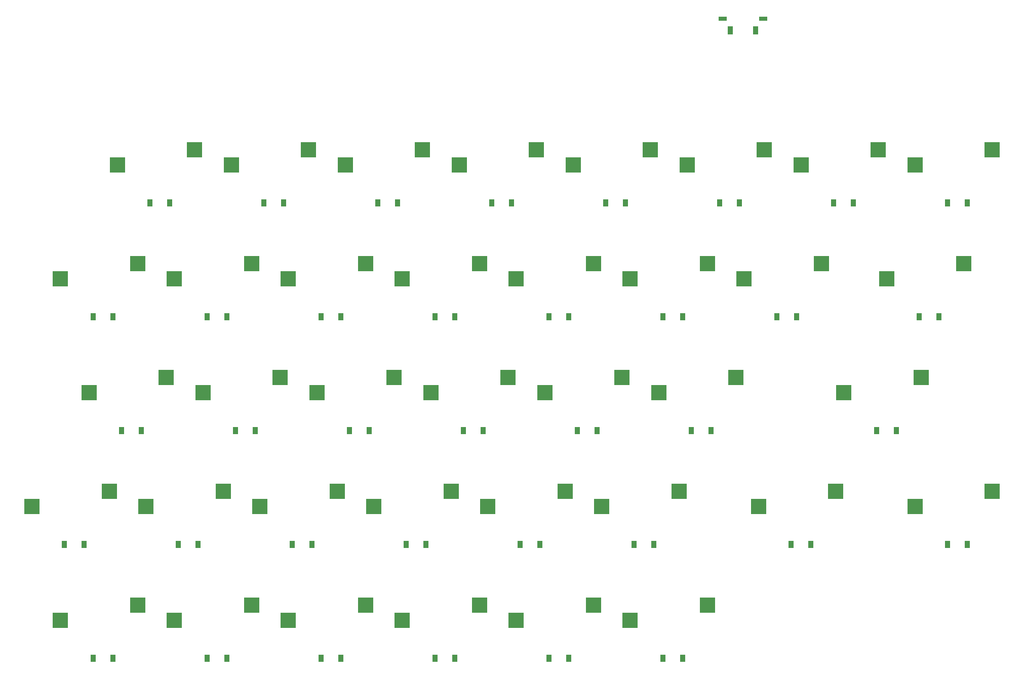
<source format=gbr>
G04 #@! TF.GenerationSoftware,KiCad,Pcbnew,(5.0.0)*
G04 #@! TF.CreationDate,2018-12-18T11:16:47+09:00*
G04 #@! TF.ProjectId,hecomi_R,6865636F6D695F522E6B696361645F70,rev?*
G04 #@! TF.SameCoordinates,Original*
G04 #@! TF.FileFunction,Paste,Bot*
G04 #@! TF.FilePolarity,Positive*
%FSLAX46Y46*%
G04 Gerber Fmt 4.6, Leading zero omitted, Abs format (unit mm)*
G04 Created by KiCad (PCBNEW (5.0.0)) date 12/18/18 11:16:47*
%MOMM*%
%LPD*%
G01*
G04 APERTURE LIST*
%ADD10R,2.550000X2.500000*%
%ADD11R,0.900000X1.200000*%
%ADD12R,1.450000X0.800000*%
%ADD13R,0.900000X1.470000*%
G04 APERTURE END LIST*
D10*
G04 #@! TO.C,SW23*
X140553000Y-54610000D03*
X153453000Y-52070000D03*
G04 #@! TD*
G04 #@! TO.C,SW24*
X171509000Y-54610000D03*
X184409000Y-52070000D03*
G04 #@! TD*
G04 #@! TO.C,SW26*
X54827500Y-73660000D03*
X67727500Y-71120000D03*
G04 #@! TD*
G04 #@! TO.C,SW27*
X73877500Y-73660000D03*
X86777500Y-71120000D03*
G04 #@! TD*
G04 #@! TO.C,SW28*
X92927000Y-73660000D03*
X105827000Y-71120000D03*
G04 #@! TD*
G04 #@! TO.C,SW29*
X111977000Y-73660000D03*
X124877000Y-71120000D03*
G04 #@! TD*
G04 #@! TO.C,SW30*
X131027000Y-73660000D03*
X143927000Y-71120000D03*
G04 #@! TD*
G04 #@! TO.C,SW39*
X116740000Y-92710000D03*
X129640000Y-90170000D03*
G04 #@! TD*
G04 #@! TO.C,SW31*
X157221000Y-73660000D03*
X170121000Y-71120000D03*
G04 #@! TD*
G04 #@! TO.C,SW32*
X183415000Y-73660000D03*
X196315000Y-71120000D03*
G04 #@! TD*
G04 #@! TO.C,SW35*
X40540000Y-92710000D03*
X53440000Y-90170000D03*
G04 #@! TD*
G04 #@! TO.C,SW36*
X59590000Y-92710000D03*
X72490000Y-90170000D03*
G04 #@! TD*
G04 #@! TO.C,SW37*
X78640000Y-92710000D03*
X91540000Y-90170000D03*
G04 #@! TD*
G04 #@! TO.C,SW38*
X97690000Y-92710000D03*
X110590000Y-90170000D03*
G04 #@! TD*
G04 #@! TO.C,SW40*
X135790000Y-92710000D03*
X148690000Y-90170000D03*
G04 #@! TD*
G04 #@! TO.C,SW25*
X35777500Y-73660000D03*
X48677500Y-71120000D03*
G04 #@! TD*
G04 #@! TO.C,SW2*
X69115000Y-16510000D03*
X82015000Y-13970000D03*
G04 #@! TD*
G04 #@! TO.C,SW22*
X121503000Y-54610000D03*
X134403000Y-52070000D03*
G04 #@! TD*
G04 #@! TO.C,SW3*
X88165000Y-16510000D03*
X101065000Y-13970000D03*
G04 #@! TD*
G04 #@! TO.C,SW4*
X107215000Y-16510000D03*
X120115000Y-13970000D03*
G04 #@! TD*
G04 #@! TO.C,SW5*
X126265000Y-16510000D03*
X139165000Y-13970000D03*
G04 #@! TD*
G04 #@! TO.C,SW7*
X164365000Y-16510000D03*
X177265000Y-13970000D03*
G04 #@! TD*
G04 #@! TO.C,SW8*
X183415000Y-16510000D03*
X196315000Y-13970000D03*
G04 #@! TD*
G04 #@! TO.C,SW9*
X40540000Y-35560000D03*
X53440000Y-33020000D03*
G04 #@! TD*
G04 #@! TO.C,SW21*
X102453000Y-54610000D03*
X115353000Y-52070000D03*
G04 #@! TD*
G04 #@! TO.C,SW11*
X78640000Y-35560000D03*
X91540000Y-33020000D03*
G04 #@! TD*
G04 #@! TO.C,SW12*
X97690000Y-35560000D03*
X110590000Y-33020000D03*
G04 #@! TD*
G04 #@! TO.C,SW14*
X135790000Y-35560000D03*
X148690000Y-33020000D03*
G04 #@! TD*
G04 #@! TO.C,SW15*
X154840000Y-35560000D03*
X167740000Y-33020000D03*
G04 #@! TD*
G04 #@! TO.C,SW16*
X178653000Y-35560000D03*
X191553000Y-33020000D03*
G04 #@! TD*
G04 #@! TO.C,SW18*
X45302500Y-54610000D03*
X58202500Y-52070000D03*
G04 #@! TD*
G04 #@! TO.C,SW19*
X64352500Y-54610000D03*
X77252500Y-52070000D03*
G04 #@! TD*
G04 #@! TO.C,SW20*
X83402500Y-54610000D03*
X96302500Y-52070000D03*
G04 #@! TD*
G04 #@! TO.C,SW10*
X59590000Y-35560000D03*
X72490000Y-33020000D03*
G04 #@! TD*
G04 #@! TO.C,SW1*
X50065000Y-16510000D03*
X62965000Y-13970000D03*
G04 #@! TD*
G04 #@! TO.C,SW6*
X145315000Y-16510000D03*
X158215000Y-13970000D03*
G04 #@! TD*
G04 #@! TO.C,SW13*
X116740000Y-35560000D03*
X129640000Y-33020000D03*
G04 #@! TD*
D11*
G04 #@! TO.C,D25*
X44512500Y-80010000D03*
X41212500Y-80010000D03*
G04 #@! TD*
G04 #@! TO.C,D35*
X49275000Y-99060000D03*
X45975000Y-99060000D03*
G04 #@! TD*
G04 #@! TO.C,D1*
X58800000Y-22860000D03*
X55500000Y-22860000D03*
G04 #@! TD*
G04 #@! TO.C,D2*
X77850000Y-22860000D03*
X74550000Y-22860000D03*
G04 #@! TD*
G04 #@! TO.C,D3*
X96900000Y-22860000D03*
X93600000Y-22860000D03*
G04 #@! TD*
G04 #@! TO.C,D4*
X115950000Y-22860000D03*
X112650000Y-22860000D03*
G04 #@! TD*
G04 #@! TO.C,D5*
X135000000Y-22860000D03*
X131700000Y-22860000D03*
G04 #@! TD*
G04 #@! TO.C,D6*
X154050000Y-22860000D03*
X150750000Y-22860000D03*
G04 #@! TD*
G04 #@! TO.C,D7*
X173100000Y-22860000D03*
X169800000Y-22860000D03*
G04 #@! TD*
G04 #@! TO.C,D8*
X192150000Y-22860000D03*
X188850000Y-22860000D03*
G04 #@! TD*
G04 #@! TO.C,D9*
X49275000Y-41910000D03*
X45975000Y-41910000D03*
G04 #@! TD*
G04 #@! TO.C,D10*
X68325000Y-41910000D03*
X65025000Y-41910000D03*
G04 #@! TD*
G04 #@! TO.C,D11*
X87375000Y-41910000D03*
X84075000Y-41910000D03*
G04 #@! TD*
G04 #@! TO.C,D12*
X106425000Y-41910000D03*
X103125000Y-41910000D03*
G04 #@! TD*
G04 #@! TO.C,D13*
X125475000Y-41910000D03*
X122175000Y-41910000D03*
G04 #@! TD*
G04 #@! TO.C,D14*
X144525000Y-41910000D03*
X141225000Y-41910000D03*
G04 #@! TD*
G04 #@! TO.C,D15*
X163575000Y-41910000D03*
X160275000Y-41910000D03*
G04 #@! TD*
G04 #@! TO.C,D16*
X187388000Y-41910000D03*
X184088000Y-41910000D03*
G04 #@! TD*
G04 #@! TO.C,D18*
X54037500Y-60960000D03*
X50737500Y-60960000D03*
G04 #@! TD*
G04 #@! TO.C,D19*
X73087500Y-60960000D03*
X69787500Y-60960000D03*
G04 #@! TD*
G04 #@! TO.C,D20*
X92137500Y-60960000D03*
X88837500Y-60960000D03*
G04 #@! TD*
G04 #@! TO.C,D21*
X111188000Y-60960000D03*
X107888000Y-60960000D03*
G04 #@! TD*
G04 #@! TO.C,D22*
X130238000Y-60960000D03*
X126938000Y-60960000D03*
G04 #@! TD*
G04 #@! TO.C,D23*
X149288000Y-60960000D03*
X145988000Y-60960000D03*
G04 #@! TD*
G04 #@! TO.C,D24*
X180244000Y-60960000D03*
X176944000Y-60960000D03*
G04 #@! TD*
G04 #@! TO.C,D26*
X63562500Y-80010000D03*
X60262500Y-80010000D03*
G04 #@! TD*
G04 #@! TO.C,D27*
X82612500Y-80010000D03*
X79312500Y-80010000D03*
G04 #@! TD*
G04 #@! TO.C,D28*
X101662000Y-80010000D03*
X98362000Y-80010000D03*
G04 #@! TD*
G04 #@! TO.C,D29*
X120712000Y-80010000D03*
X117412000Y-80010000D03*
G04 #@! TD*
G04 #@! TO.C,D30*
X139762000Y-80010000D03*
X136462000Y-80010000D03*
G04 #@! TD*
G04 #@! TO.C,D31*
X165956000Y-80010000D03*
X162656000Y-80010000D03*
G04 #@! TD*
G04 #@! TO.C,D32*
X192150000Y-80010000D03*
X188850000Y-80010000D03*
G04 #@! TD*
G04 #@! TO.C,D36*
X68325000Y-99060000D03*
X65025000Y-99060000D03*
G04 #@! TD*
G04 #@! TO.C,D37*
X87375000Y-99060000D03*
X84075000Y-99060000D03*
G04 #@! TD*
G04 #@! TO.C,D38*
X106425000Y-99060000D03*
X103125000Y-99060000D03*
G04 #@! TD*
G04 #@! TO.C,D39*
X125475000Y-99060000D03*
X122175000Y-99060000D03*
G04 #@! TD*
G04 #@! TO.C,D40*
X144525000Y-99060000D03*
X141225000Y-99060000D03*
G04 #@! TD*
D12*
G04 #@! TO.C,SW41*
X157997000Y7985000D03*
X151247000Y7985000D03*
D13*
X156722000Y6000000D03*
X152522000Y6000000D03*
G04 #@! TD*
M02*

</source>
